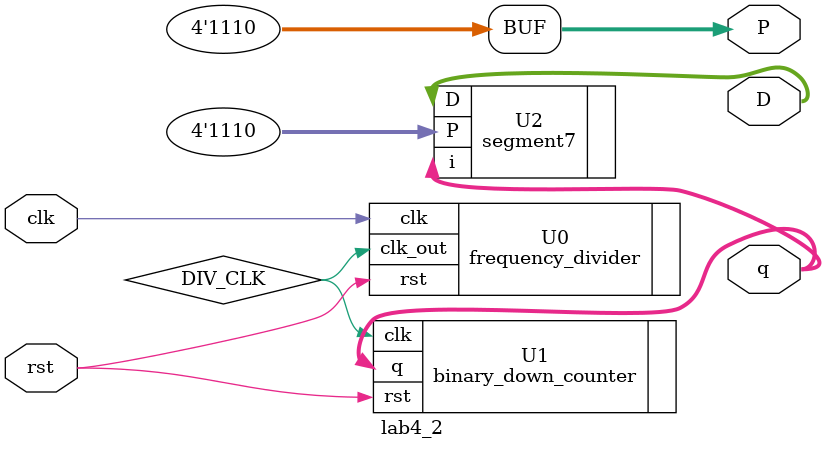
<source format=v>
`timescale 1ns / 1ps


`define BCD_COUNTER_BITS 4
`define RST_HIGH 1'b1
`define SEGMENT_7_DISPALY_DIGIT_N 4
`define SEGMENT_7_SEGMENT_N 8

module lab4_2(
    q,
    P,
    D,
    rst,
    clk
    );
    output [`BCD_COUNTER_BITS-1:0]q;
    output [`SEGMENT_7_DISPALY_DIGIT_N-1:0]P;
    output [`SEGMENT_7_SEGMENT_N-1:0]D;
    input rst;
    input clk;
    
//    reg [`BCD_COUNTER_BITS-1:0]q;
    wire DIV_CLK;
    
    assign P = 4'b1110;
    
    frequency_divider U0(.clk(clk), .rst(rst), .clk_out(DIV_CLK));
    binary_down_counter U1(.clk(DIV_CLK), .rst(rst), .q(q));
    segment7 U2(.i(q), .P(P), .D(D));
endmodule


</source>
